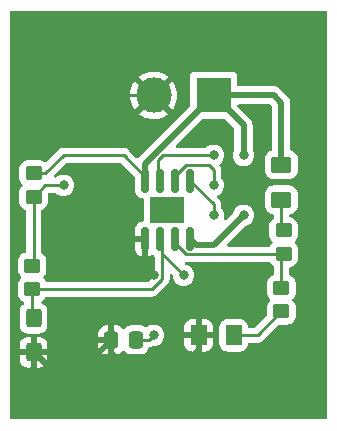
<source format=gbr>
%TF.GenerationSoftware,KiCad,Pcbnew,(6.0.10-0)*%
%TF.CreationDate,2023-02-17T15:47:28-08:00*%
%TF.ProjectId,problem2,70726f62-6c65-46d3-922e-6b696361645f,rev?*%
%TF.SameCoordinates,Original*%
%TF.FileFunction,Copper,L1,Top*%
%TF.FilePolarity,Positive*%
%FSLAX46Y46*%
G04 Gerber Fmt 4.6, Leading zero omitted, Abs format (unit mm)*
G04 Created by KiCad (PCBNEW (6.0.10-0)) date 2023-02-17 15:47:28*
%MOMM*%
%LPD*%
G01*
G04 APERTURE LIST*
G04 Aperture macros list*
%AMRoundRect*
0 Rectangle with rounded corners*
0 $1 Rounding radius*
0 $2 $3 $4 $5 $6 $7 $8 $9 X,Y pos of 4 corners*
0 Add a 4 corners polygon primitive as box body*
4,1,4,$2,$3,$4,$5,$6,$7,$8,$9,$2,$3,0*
0 Add four circle primitives for the rounded corners*
1,1,$1+$1,$2,$3*
1,1,$1+$1,$4,$5*
1,1,$1+$1,$6,$7*
1,1,$1+$1,$8,$9*
0 Add four rect primitives between the rounded corners*
20,1,$1+$1,$2,$3,$4,$5,0*
20,1,$1+$1,$4,$5,$6,$7,0*
20,1,$1+$1,$6,$7,$8,$9,0*
20,1,$1+$1,$8,$9,$2,$3,0*%
G04 Aperture macros list end*
%TA.AperFunction,SMDPad,CuDef*%
%ADD10RoundRect,0.250000X-0.450000X0.350000X-0.450000X-0.350000X0.450000X-0.350000X0.450000X0.350000X0*%
%TD*%
%TA.AperFunction,SMDPad,CuDef*%
%ADD11RoundRect,0.250001X0.624999X-0.462499X0.624999X0.462499X-0.624999X0.462499X-0.624999X-0.462499X0*%
%TD*%
%TA.AperFunction,ComponentPad*%
%ADD12R,3.000000X3.000000*%
%TD*%
%TA.AperFunction,ComponentPad*%
%ADD13C,3.000000*%
%TD*%
%TA.AperFunction,SMDPad,CuDef*%
%ADD14RoundRect,0.250001X-0.462499X-0.624999X0.462499X-0.624999X0.462499X0.624999X-0.462499X0.624999X0*%
%TD*%
%TA.AperFunction,SMDPad,CuDef*%
%ADD15RoundRect,0.150000X0.150000X-0.825000X0.150000X0.825000X-0.150000X0.825000X-0.150000X-0.825000X0*%
%TD*%
%TA.AperFunction,SMDPad,CuDef*%
%ADD16R,3.000000X2.290000*%
%TD*%
%TA.AperFunction,SMDPad,CuDef*%
%ADD17RoundRect,0.250000X0.337500X0.475000X-0.337500X0.475000X-0.337500X-0.475000X0.337500X-0.475000X0*%
%TD*%
%TA.AperFunction,SMDPad,CuDef*%
%ADD18RoundRect,0.250000X-0.425000X0.537500X-0.425000X-0.537500X0.425000X-0.537500X0.425000X0.537500X0*%
%TD*%
%TA.AperFunction,ViaPad*%
%ADD19C,0.800000*%
%TD*%
%TA.AperFunction,Conductor*%
%ADD20C,0.250000*%
%TD*%
%TA.AperFunction,Conductor*%
%ADD21C,0.508000*%
%TD*%
G04 APERTURE END LIST*
D10*
%TO.P,R2,1*%
%TO.N,/pin_7*%
X111645000Y-80457616D03*
%TO.P,R2,2*%
%TO.N,/pin_2*%
X111645000Y-82457616D03*
%TD*%
D11*
%TO.P,D1,1,K*%
%TO.N,Net-(D1-Pad1)*%
X132750000Y-74892820D03*
%TO.P,D1,2,A*%
%TO.N,+9V*%
X132750000Y-71917820D03*
%TD*%
D10*
%TO.P,R1,1*%
%TO.N,+9V*%
X111760000Y-72660000D03*
%TO.P,R1,2*%
%TO.N,/pin_7*%
X111760000Y-74660000D03*
%TD*%
D12*
%TO.P,J1,1,Pin_1*%
%TO.N,+9V*%
X127000000Y-66040000D03*
D13*
%TO.P,J1,2,Pin_2*%
%TO.N,GND*%
X121920000Y-66040000D03*
%TD*%
D14*
%TO.P,D2,1,K*%
%TO.N,GND*%
X125742500Y-86360000D03*
%TO.P,D2,2,A*%
%TO.N,Net-(D2-Pad2)*%
X128717500Y-86360000D03*
%TD*%
D15*
%TO.P,U1,1,GND*%
%TO.N,GND*%
X121195000Y-78215000D03*
%TO.P,U1,2,TR*%
%TO.N,/pin_2*%
X122465000Y-78215000D03*
%TO.P,U1,3,Q*%
%TO.N,/pin_3*%
X123735000Y-78215000D03*
%TO.P,U1,4,R*%
%TO.N,+9V*%
X125005000Y-78215000D03*
%TO.P,U1,5,CV*%
%TO.N,Net-(C2-Pad1)*%
X125005000Y-73265000D03*
%TO.P,U1,6,THR*%
%TO.N,/pin_2*%
X123735000Y-73265000D03*
%TO.P,U1,7,DIS*%
%TO.N,/pin_7*%
X122465000Y-73265000D03*
%TO.P,U1,8,VCC*%
%TO.N,+9V*%
X121195000Y-73265000D03*
D16*
%TO.P,U1,9*%
%TO.N,N/C*%
X123100000Y-75740000D03*
%TD*%
D17*
%TO.P,C2,1*%
%TO.N,Net-(C2-Pad1)*%
X120417500Y-86752488D03*
%TO.P,C2,2*%
%TO.N,GND*%
X118342500Y-86752488D03*
%TD*%
D10*
%TO.P,R4,1*%
%TO.N,/pin_3*%
X132750000Y-82345320D03*
%TO.P,R4,2*%
%TO.N,Net-(D2-Pad2)*%
X132750000Y-84345320D03*
%TD*%
%TO.P,R3,1*%
%TO.N,Net-(D1-Pad1)*%
X132927064Y-77485320D03*
%TO.P,R3,2*%
%TO.N,/pin_3*%
X132927064Y-79485320D03*
%TD*%
D18*
%TO.P,C1,1*%
%TO.N,/pin_2*%
X111760000Y-84922500D03*
%TO.P,C1,2*%
%TO.N,GND*%
X111760000Y-87797500D03*
%TD*%
D19*
%TO.N,+9V*%
X129540000Y-76200000D03*
X129540000Y-71120000D03*
%TO.N,/pin_2*%
X124460000Y-81280000D03*
X127000000Y-73660000D03*
%TO.N,GND*%
X116840000Y-88900000D03*
X121920000Y-81280000D03*
X116840000Y-66040000D03*
X114300000Y-88900000D03*
%TO.N,Net-(C2-Pad1)*%
X121920000Y-86360000D03*
X127000000Y-76200000D03*
%TO.N,/pin_7*%
X114300000Y-73660000D03*
X127000000Y-71120000D03*
%TD*%
D20*
%TO.N,/pin_7*%
X122738830Y-71120000D02*
X122329415Y-71529415D01*
X127000000Y-71120000D02*
X122738830Y-71120000D01*
X122329415Y-71529415D02*
X122329415Y-73129415D01*
X122329415Y-73129415D02*
X122465000Y-73265000D01*
D21*
%TO.N,+9V*%
X129540000Y-68580000D02*
X129540000Y-71120000D01*
X127000000Y-78740000D02*
X129540000Y-76200000D01*
D20*
%TO.N,/pin_2*%
X122645000Y-79465000D02*
X122645000Y-78395000D01*
X122645000Y-81580305D02*
X122645000Y-79465000D01*
X122645000Y-79465000D02*
X124460000Y-81280000D01*
X127000000Y-72360000D02*
X126605000Y-71965000D01*
X126605000Y-71965000D02*
X124658249Y-71965000D01*
D21*
%TO.N,+9V*%
X127000000Y-78740000D02*
X125530000Y-78740000D01*
D20*
%TO.N,/pin_2*%
X127000000Y-72360000D02*
X127000000Y-73660000D01*
X123735000Y-72888249D02*
X124658249Y-71965000D01*
X111645000Y-82457616D02*
X111645000Y-84807500D01*
X123735000Y-73265000D02*
X123735000Y-72888249D01*
X111645000Y-84807500D02*
X111760000Y-84922500D01*
X121767689Y-82457616D02*
X122645000Y-81580305D01*
X111645000Y-82457616D02*
X121767689Y-82457616D01*
X122645000Y-78395000D02*
X122465000Y-78215000D01*
%TO.N,GND*%
X116840000Y-88254988D02*
X116840000Y-88900000D01*
D21*
X119380000Y-88900000D02*
X118342500Y-87862500D01*
X125742500Y-86360000D02*
X125742500Y-87617500D01*
X124460000Y-88900000D02*
X119380000Y-88900000D01*
X121195000Y-78215000D02*
X121195000Y-80555000D01*
X118342500Y-87862500D02*
X118342500Y-86752488D01*
X118342500Y-86752488D02*
X116840000Y-88254988D01*
X121920000Y-81280000D02*
X121195000Y-80555000D01*
X125742500Y-87617500D02*
X124460000Y-88900000D01*
X112862500Y-88900000D02*
X114300000Y-88900000D01*
X111760000Y-87797500D02*
X112862500Y-88900000D01*
D20*
X121920000Y-66040000D02*
X116840000Y-66040000D01*
%TO.N,Net-(C2-Pad1)*%
X120417500Y-86752488D02*
X121527512Y-86752488D01*
X121527512Y-86752488D02*
X121920000Y-86360000D01*
X125005000Y-73265000D02*
X127000000Y-75260000D01*
X127000000Y-75260000D02*
X127000000Y-76200000D01*
%TO.N,Net-(D1-Pad1)*%
X132750000Y-74892820D02*
X132750000Y-77308256D01*
X132750000Y-77308256D02*
X132927064Y-77485320D01*
%TO.N,+9V*%
X111760000Y-72660000D02*
X112760000Y-72660000D01*
D21*
X132750000Y-66710000D02*
X132750000Y-71917820D01*
X132080000Y-66040000D02*
X127000000Y-66040000D01*
D20*
X112760000Y-72660000D02*
X114300000Y-71120000D01*
D21*
X125005000Y-78215000D02*
X125530000Y-78740000D01*
X132080000Y-66040000D02*
X132750000Y-66710000D01*
X121195000Y-71845000D02*
X121195000Y-73265000D01*
D20*
X114300000Y-71120000D02*
X119380000Y-71120000D01*
X121195000Y-72935000D02*
X121195000Y-73265000D01*
D21*
X127000000Y-66040000D02*
X129540000Y-68580000D01*
D20*
X119380000Y-71120000D02*
X121195000Y-72935000D01*
D21*
X127000000Y-66040000D02*
X121195000Y-71845000D01*
D20*
%TO.N,Net-(D2-Pad2)*%
X130735320Y-86360000D02*
X128717500Y-86360000D01*
X132750000Y-84345320D02*
X130735320Y-86360000D01*
%TO.N,/pin_7*%
X111760000Y-80342616D02*
X111645000Y-80457616D01*
X111760000Y-74660000D02*
X112760000Y-73660000D01*
X111760000Y-74660000D02*
X111760000Y-80342616D01*
X112760000Y-73660000D02*
X114300000Y-73660000D01*
%TO.N,/pin_3*%
X132927064Y-79485320D02*
X125878569Y-79485320D01*
X132750000Y-79662384D02*
X132750000Y-82345320D01*
X124658249Y-79515000D02*
X123735000Y-78591751D01*
X125878569Y-79485320D02*
X125848889Y-79515000D01*
X123735000Y-78591751D02*
X123735000Y-78215000D01*
X132927064Y-79485320D02*
X132750000Y-79662384D01*
X125848889Y-79515000D02*
X124658249Y-79515000D01*
%TD*%
%TA.AperFunction,Conductor*%
%TO.N,GND*%
G36*
X136593621Y-58948502D02*
G01*
X136640114Y-59002158D01*
X136651500Y-59054500D01*
X136651500Y-93345500D01*
X136631498Y-93413621D01*
X136577842Y-93460114D01*
X136525500Y-93471500D01*
X109854500Y-93471500D01*
X109786379Y-93451498D01*
X109739886Y-93397842D01*
X109728500Y-93345500D01*
X109728500Y-88382095D01*
X110577001Y-88382095D01*
X110577338Y-88388614D01*
X110587257Y-88484206D01*
X110590149Y-88497600D01*
X110641588Y-88651784D01*
X110647761Y-88664962D01*
X110733063Y-88802807D01*
X110742099Y-88814208D01*
X110856829Y-88928739D01*
X110868240Y-88937751D01*
X111006243Y-89022816D01*
X111019424Y-89028963D01*
X111173710Y-89080138D01*
X111187086Y-89083005D01*
X111281438Y-89092672D01*
X111287854Y-89093000D01*
X111487885Y-89093000D01*
X111503124Y-89088525D01*
X111504329Y-89087135D01*
X111506000Y-89079452D01*
X111506000Y-89074884D01*
X112014000Y-89074884D01*
X112018475Y-89090123D01*
X112019865Y-89091328D01*
X112027548Y-89092999D01*
X112232095Y-89092999D01*
X112238614Y-89092662D01*
X112334206Y-89082743D01*
X112347600Y-89079851D01*
X112501784Y-89028412D01*
X112514962Y-89022239D01*
X112652807Y-88936937D01*
X112664208Y-88927901D01*
X112778739Y-88813171D01*
X112787751Y-88801760D01*
X112872816Y-88663757D01*
X112878963Y-88650576D01*
X112930138Y-88496290D01*
X112933005Y-88482914D01*
X112942672Y-88388562D01*
X112943000Y-88382146D01*
X112943000Y-88069615D01*
X112938525Y-88054376D01*
X112937135Y-88053171D01*
X112929452Y-88051500D01*
X112032115Y-88051500D01*
X112016876Y-88055975D01*
X112015671Y-88057365D01*
X112014000Y-88065048D01*
X112014000Y-89074884D01*
X111506000Y-89074884D01*
X111506000Y-88069615D01*
X111501525Y-88054376D01*
X111500135Y-88053171D01*
X111492452Y-88051500D01*
X110595116Y-88051500D01*
X110579877Y-88055975D01*
X110578672Y-88057365D01*
X110577001Y-88065048D01*
X110577001Y-88382095D01*
X109728500Y-88382095D01*
X109728500Y-87525385D01*
X110577000Y-87525385D01*
X110581475Y-87540624D01*
X110582865Y-87541829D01*
X110590548Y-87543500D01*
X111487885Y-87543500D01*
X111503124Y-87539025D01*
X111504329Y-87537635D01*
X111506000Y-87529952D01*
X111506000Y-87525385D01*
X112014000Y-87525385D01*
X112018475Y-87540624D01*
X112019865Y-87541829D01*
X112027548Y-87543500D01*
X112924884Y-87543500D01*
X112940123Y-87539025D01*
X112941328Y-87537635D01*
X112942999Y-87529952D01*
X112942999Y-87274583D01*
X117247001Y-87274583D01*
X117247338Y-87281102D01*
X117257257Y-87376694D01*
X117260149Y-87390088D01*
X117311588Y-87544272D01*
X117317761Y-87557450D01*
X117403063Y-87695295D01*
X117412099Y-87706696D01*
X117526829Y-87821227D01*
X117538240Y-87830239D01*
X117676243Y-87915304D01*
X117689424Y-87921451D01*
X117843710Y-87972626D01*
X117857086Y-87975493D01*
X117951438Y-87985160D01*
X117957854Y-87985488D01*
X118070385Y-87985488D01*
X118085624Y-87981013D01*
X118086829Y-87979623D01*
X118088500Y-87971940D01*
X118088500Y-87967372D01*
X118596500Y-87967372D01*
X118600975Y-87982611D01*
X118602365Y-87983816D01*
X118610048Y-87985487D01*
X118727095Y-87985487D01*
X118733614Y-87985150D01*
X118829206Y-87975231D01*
X118842600Y-87972339D01*
X118996784Y-87920900D01*
X119009962Y-87914727D01*
X119147807Y-87829425D01*
X119159208Y-87820389D01*
X119273738Y-87705660D01*
X119280794Y-87696726D01*
X119338712Y-87655665D01*
X119409635Y-87652435D01*
X119471046Y-87688062D01*
X119477846Y-87695895D01*
X119481522Y-87701836D01*
X119606697Y-87826793D01*
X119612927Y-87830633D01*
X119612928Y-87830634D01*
X119750288Y-87915304D01*
X119757262Y-87919603D01*
X119837005Y-87946052D01*
X119918611Y-87973120D01*
X119918613Y-87973120D01*
X119925139Y-87975285D01*
X119931975Y-87975985D01*
X119931978Y-87975986D01*
X119975031Y-87980397D01*
X120029600Y-87985988D01*
X120805400Y-87985988D01*
X120808646Y-87985651D01*
X120808650Y-87985651D01*
X120904308Y-87975726D01*
X120904312Y-87975725D01*
X120911166Y-87975014D01*
X120917702Y-87972833D01*
X120917704Y-87972833D01*
X121049806Y-87928760D01*
X121078946Y-87919038D01*
X121229348Y-87825966D01*
X121354305Y-87700791D01*
X121368899Y-87677115D01*
X121443275Y-87556456D01*
X121443276Y-87556454D01*
X121447115Y-87550226D01*
X121473514Y-87470635D01*
X121513944Y-87412275D01*
X121579509Y-87385038D01*
X121589146Y-87384364D01*
X121619482Y-87383410D01*
X121627401Y-87383161D01*
X121646855Y-87377509D01*
X121666212Y-87373501D01*
X121678442Y-87371956D01*
X121678443Y-87371956D01*
X121686309Y-87370962D01*
X121693680Y-87368043D01*
X121693682Y-87368043D01*
X121727424Y-87354684D01*
X121738654Y-87350839D01*
X121773495Y-87340717D01*
X121773496Y-87340717D01*
X121781105Y-87338506D01*
X121787924Y-87334473D01*
X121787929Y-87334471D01*
X121798540Y-87328195D01*
X121816288Y-87319500D01*
X121835129Y-87312040D01*
X121841545Y-87307379D01*
X121841548Y-87307377D01*
X121861936Y-87292564D01*
X121935997Y-87268500D01*
X122015487Y-87268500D01*
X122021939Y-87267128D01*
X122021944Y-87267128D01*
X122108887Y-87248647D01*
X122202288Y-87228794D01*
X122208319Y-87226109D01*
X122370722Y-87153803D01*
X122370724Y-87153802D01*
X122376752Y-87151118D01*
X122383406Y-87146284D01*
X122450688Y-87097400D01*
X122531253Y-87038866D01*
X122537349Y-87032096D01*
X124522000Y-87032096D01*
X124522337Y-87038611D01*
X124532256Y-87134203D01*
X124535150Y-87147602D01*
X124586588Y-87301783D01*
X124592762Y-87314962D01*
X124678063Y-87452807D01*
X124687099Y-87464208D01*
X124801830Y-87578739D01*
X124813241Y-87587751D01*
X124951245Y-87672818D01*
X124964423Y-87678962D01*
X125118716Y-87730139D01*
X125132081Y-87733005D01*
X125226439Y-87742672D01*
X125232855Y-87743000D01*
X125470385Y-87743000D01*
X125485624Y-87738525D01*
X125486829Y-87737135D01*
X125488500Y-87729452D01*
X125488500Y-87724885D01*
X125996500Y-87724885D01*
X126000975Y-87740124D01*
X126002365Y-87741329D01*
X126010048Y-87743000D01*
X126252096Y-87743000D01*
X126258611Y-87742663D01*
X126354203Y-87732744D01*
X126367602Y-87729850D01*
X126521783Y-87678412D01*
X126534962Y-87672238D01*
X126672807Y-87586937D01*
X126684208Y-87577901D01*
X126798739Y-87463170D01*
X126807751Y-87451759D01*
X126892818Y-87313755D01*
X126898962Y-87300577D01*
X126950139Y-87146284D01*
X126953005Y-87132919D01*
X126962672Y-87038561D01*
X126963000Y-87032145D01*
X126963000Y-86632115D01*
X126958525Y-86616876D01*
X126957135Y-86615671D01*
X126949452Y-86614000D01*
X126014615Y-86614000D01*
X125999376Y-86618475D01*
X125998171Y-86619865D01*
X125996500Y-86627548D01*
X125996500Y-87724885D01*
X125488500Y-87724885D01*
X125488500Y-86632115D01*
X125484025Y-86616876D01*
X125482635Y-86615671D01*
X125474952Y-86614000D01*
X124540115Y-86614000D01*
X124524876Y-86618475D01*
X124523671Y-86619865D01*
X124522000Y-86627548D01*
X124522000Y-87032096D01*
X122537349Y-87032096D01*
X122654621Y-86901852D01*
X122654622Y-86901851D01*
X122659040Y-86896944D01*
X122754527Y-86731556D01*
X122813542Y-86549928D01*
X122816676Y-86520116D01*
X122832814Y-86366565D01*
X122833504Y-86360000D01*
X122818632Y-86218500D01*
X122814232Y-86176635D01*
X122814232Y-86176633D01*
X122813542Y-86170072D01*
X122786838Y-86087885D01*
X124522000Y-86087885D01*
X124526475Y-86103124D01*
X124527865Y-86104329D01*
X124535548Y-86106000D01*
X125470385Y-86106000D01*
X125485624Y-86101525D01*
X125486829Y-86100135D01*
X125488500Y-86092452D01*
X125488500Y-86087885D01*
X125996500Y-86087885D01*
X126000975Y-86103124D01*
X126002365Y-86104329D01*
X126010048Y-86106000D01*
X126944885Y-86106000D01*
X126960124Y-86101525D01*
X126961329Y-86100135D01*
X126963000Y-86092452D01*
X126963000Y-85687904D01*
X126962663Y-85681389D01*
X126952744Y-85585797D01*
X126949850Y-85572398D01*
X126898412Y-85418217D01*
X126892238Y-85405038D01*
X126806937Y-85267193D01*
X126797901Y-85255792D01*
X126683170Y-85141261D01*
X126671759Y-85132249D01*
X126533755Y-85047182D01*
X126520577Y-85041038D01*
X126366284Y-84989861D01*
X126352919Y-84986995D01*
X126258561Y-84977328D01*
X126252144Y-84977000D01*
X126014615Y-84977000D01*
X125999376Y-84981475D01*
X125998171Y-84982865D01*
X125996500Y-84990548D01*
X125996500Y-86087885D01*
X125488500Y-86087885D01*
X125488500Y-84995115D01*
X125484025Y-84979876D01*
X125482635Y-84978671D01*
X125474952Y-84977000D01*
X125232904Y-84977000D01*
X125226389Y-84977337D01*
X125130797Y-84987256D01*
X125117398Y-84990150D01*
X124963217Y-85041588D01*
X124950038Y-85047762D01*
X124812193Y-85133063D01*
X124800792Y-85142099D01*
X124686261Y-85256830D01*
X124677249Y-85268241D01*
X124592182Y-85406245D01*
X124586038Y-85419423D01*
X124534861Y-85573716D01*
X124531995Y-85587081D01*
X124522328Y-85681439D01*
X124522000Y-85687856D01*
X124522000Y-86087885D01*
X122786838Y-86087885D01*
X122754527Y-85988444D01*
X122659040Y-85823056D01*
X122642049Y-85804185D01*
X122535675Y-85686045D01*
X122535674Y-85686044D01*
X122531253Y-85681134D01*
X122401659Y-85586978D01*
X122382094Y-85572763D01*
X122382093Y-85572762D01*
X122376752Y-85568882D01*
X122370724Y-85566198D01*
X122370722Y-85566197D01*
X122208319Y-85493891D01*
X122208318Y-85493891D01*
X122202288Y-85491206D01*
X122108887Y-85471353D01*
X122021944Y-85452872D01*
X122021939Y-85452872D01*
X122015487Y-85451500D01*
X121824513Y-85451500D01*
X121818061Y-85452872D01*
X121818056Y-85452872D01*
X121731113Y-85471353D01*
X121637712Y-85491206D01*
X121631682Y-85493891D01*
X121631681Y-85493891D01*
X121469278Y-85566197D01*
X121469276Y-85566198D01*
X121463248Y-85568882D01*
X121457907Y-85572762D01*
X121457906Y-85572763D01*
X121342326Y-85656737D01*
X121275458Y-85680596D01*
X121202149Y-85662061D01*
X121083968Y-85589213D01*
X121083966Y-85589212D01*
X121077738Y-85585373D01*
X120997995Y-85558924D01*
X120916389Y-85531856D01*
X120916387Y-85531856D01*
X120909861Y-85529691D01*
X120903025Y-85528991D01*
X120903022Y-85528990D01*
X120859969Y-85524579D01*
X120805400Y-85518988D01*
X120029600Y-85518988D01*
X120026354Y-85519325D01*
X120026350Y-85519325D01*
X119930692Y-85529250D01*
X119930688Y-85529251D01*
X119923834Y-85529962D01*
X119917298Y-85532143D01*
X119917296Y-85532143D01*
X119900928Y-85537604D01*
X119756054Y-85585938D01*
X119605652Y-85679010D01*
X119480695Y-85804185D01*
X119477898Y-85808723D01*
X119420647Y-85849312D01*
X119349724Y-85852542D01*
X119288313Y-85816916D01*
X119280938Y-85808420D01*
X119272902Y-85798281D01*
X119158171Y-85683749D01*
X119146760Y-85674737D01*
X119008757Y-85589672D01*
X118995576Y-85583525D01*
X118841290Y-85532350D01*
X118827914Y-85529483D01*
X118733562Y-85519816D01*
X118727145Y-85519488D01*
X118614615Y-85519488D01*
X118599376Y-85523963D01*
X118598171Y-85525353D01*
X118596500Y-85533036D01*
X118596500Y-87967372D01*
X118088500Y-87967372D01*
X118088500Y-87024603D01*
X118084025Y-87009364D01*
X118082635Y-87008159D01*
X118074952Y-87006488D01*
X117265116Y-87006488D01*
X117249877Y-87010963D01*
X117248672Y-87012353D01*
X117247001Y-87020036D01*
X117247001Y-87274583D01*
X112942999Y-87274583D01*
X112942999Y-87212905D01*
X112942662Y-87206386D01*
X112932743Y-87110794D01*
X112929851Y-87097400D01*
X112878412Y-86943216D01*
X112872239Y-86930038D01*
X112786937Y-86792193D01*
X112777901Y-86780792D01*
X112663171Y-86666261D01*
X112651760Y-86657249D01*
X112513757Y-86572184D01*
X112500576Y-86566037D01*
X112346290Y-86514862D01*
X112332914Y-86511995D01*
X112238562Y-86502328D01*
X112232145Y-86502000D01*
X112032115Y-86502000D01*
X112016876Y-86506475D01*
X112015671Y-86507865D01*
X112014000Y-86515548D01*
X112014000Y-87525385D01*
X111506000Y-87525385D01*
X111506000Y-86520116D01*
X111501525Y-86504877D01*
X111500135Y-86503672D01*
X111492452Y-86502001D01*
X111287905Y-86502001D01*
X111281386Y-86502338D01*
X111185794Y-86512257D01*
X111172400Y-86515149D01*
X111018216Y-86566588D01*
X111005038Y-86572761D01*
X110867193Y-86658063D01*
X110855792Y-86667099D01*
X110741261Y-86781829D01*
X110732249Y-86793240D01*
X110647184Y-86931243D01*
X110641037Y-86944424D01*
X110589862Y-87098710D01*
X110586995Y-87112086D01*
X110577328Y-87206438D01*
X110577000Y-87212855D01*
X110577000Y-87525385D01*
X109728500Y-87525385D01*
X109728500Y-86480373D01*
X117247000Y-86480373D01*
X117251475Y-86495612D01*
X117252865Y-86496817D01*
X117260548Y-86498488D01*
X118070385Y-86498488D01*
X118085624Y-86494013D01*
X118086829Y-86492623D01*
X118088500Y-86484940D01*
X118088500Y-85537604D01*
X118084025Y-85522365D01*
X118082635Y-85521160D01*
X118074952Y-85519489D01*
X117957905Y-85519489D01*
X117951386Y-85519826D01*
X117855794Y-85529745D01*
X117842400Y-85532637D01*
X117688216Y-85584076D01*
X117675038Y-85590249D01*
X117537193Y-85675551D01*
X117525792Y-85684587D01*
X117411261Y-85799317D01*
X117402249Y-85810728D01*
X117317184Y-85948731D01*
X117311037Y-85961912D01*
X117259862Y-86116198D01*
X117256995Y-86129574D01*
X117247328Y-86223926D01*
X117247000Y-86230343D01*
X117247000Y-86480373D01*
X109728500Y-86480373D01*
X109728500Y-82858016D01*
X110436500Y-82858016D01*
X110436837Y-82861262D01*
X110436837Y-82861266D01*
X110445820Y-82947837D01*
X110447474Y-82963782D01*
X110449655Y-82970318D01*
X110449655Y-82970320D01*
X110470675Y-83033323D01*
X110503450Y-83131562D01*
X110596522Y-83281964D01*
X110721697Y-83406921D01*
X110727927Y-83410761D01*
X110727928Y-83410762D01*
X110766497Y-83434536D01*
X110872262Y-83499731D01*
X110910544Y-83512428D01*
X110968903Y-83552858D01*
X110996140Y-83618422D01*
X110983607Y-83688304D01*
X110937180Y-83739165D01*
X110860652Y-83786522D01*
X110735695Y-83911697D01*
X110642885Y-84062262D01*
X110587203Y-84230139D01*
X110576500Y-84334600D01*
X110576500Y-85510400D01*
X110576837Y-85513646D01*
X110576837Y-85513650D01*
X110584738Y-85589794D01*
X110587474Y-85616166D01*
X110589655Y-85622702D01*
X110589655Y-85622704D01*
X110611379Y-85687817D01*
X110643450Y-85783946D01*
X110736522Y-85934348D01*
X110861697Y-86059305D01*
X110867927Y-86063145D01*
X110867928Y-86063146D01*
X111005090Y-86147694D01*
X111012262Y-86152115D01*
X111066401Y-86170072D01*
X111173611Y-86205632D01*
X111173613Y-86205632D01*
X111180139Y-86207797D01*
X111186975Y-86208497D01*
X111186978Y-86208498D01*
X111230031Y-86212909D01*
X111284600Y-86218500D01*
X112235400Y-86218500D01*
X112238646Y-86218163D01*
X112238650Y-86218163D01*
X112334308Y-86208238D01*
X112334312Y-86208237D01*
X112341166Y-86207526D01*
X112347702Y-86205345D01*
X112347704Y-86205345D01*
X112479806Y-86161272D01*
X112508946Y-86151550D01*
X112659348Y-86058478D01*
X112784305Y-85933303D01*
X112855288Y-85818148D01*
X112873275Y-85788968D01*
X112873276Y-85788966D01*
X112877115Y-85782738D01*
X112908599Y-85687817D01*
X112930632Y-85621389D01*
X112930632Y-85621387D01*
X112932797Y-85614861D01*
X112935366Y-85589794D01*
X112941181Y-85533036D01*
X112943500Y-85510400D01*
X112943500Y-84334600D01*
X112932526Y-84228834D01*
X112876550Y-84061054D01*
X112783478Y-83910652D01*
X112658303Y-83785695D01*
X112507738Y-83692885D01*
X112500791Y-83690581D01*
X112494156Y-83687487D01*
X112494841Y-83686018D01*
X112443652Y-83650558D01*
X112416412Y-83584995D01*
X112428943Y-83515113D01*
X112475373Y-83464248D01*
X112563120Y-83409948D01*
X112569348Y-83406094D01*
X112694305Y-83280919D01*
X112760333Y-83173803D01*
X112774389Y-83151000D01*
X112827162Y-83103506D01*
X112881649Y-83091116D01*
X121688922Y-83091116D01*
X121700105Y-83091643D01*
X121707598Y-83093318D01*
X121715524Y-83093069D01*
X121715525Y-83093069D01*
X121775675Y-83091178D01*
X121779634Y-83091116D01*
X121807545Y-83091116D01*
X121811480Y-83090619D01*
X121811545Y-83090611D01*
X121823382Y-83089678D01*
X121855640Y-83088664D01*
X121859659Y-83088538D01*
X121867578Y-83088289D01*
X121887032Y-83082637D01*
X121906389Y-83078629D01*
X121918619Y-83077084D01*
X121918620Y-83077084D01*
X121926486Y-83076090D01*
X121933857Y-83073171D01*
X121933859Y-83073171D01*
X121967601Y-83059812D01*
X121978831Y-83055967D01*
X122013672Y-83045845D01*
X122013673Y-83045845D01*
X122021282Y-83043634D01*
X122028101Y-83039601D01*
X122028106Y-83039599D01*
X122038717Y-83033323D01*
X122056465Y-83024628D01*
X122075306Y-83017168D01*
X122111076Y-82991180D01*
X122120996Y-82984664D01*
X122152224Y-82966196D01*
X122152227Y-82966194D01*
X122159051Y-82962158D01*
X122173372Y-82947837D01*
X122188406Y-82934996D01*
X122198383Y-82927747D01*
X122204796Y-82923088D01*
X122209847Y-82916983D01*
X122209852Y-82916978D01*
X122232988Y-82889012D01*
X122240976Y-82880234D01*
X123037253Y-82083957D01*
X123045539Y-82076417D01*
X123052018Y-82072305D01*
X123063167Y-82060433D01*
X123098643Y-82022654D01*
X123101398Y-82019812D01*
X123121135Y-82000075D01*
X123123615Y-81996878D01*
X123131320Y-81987856D01*
X123156159Y-81961405D01*
X123161586Y-81955626D01*
X123165405Y-81948680D01*
X123165407Y-81948677D01*
X123171348Y-81937871D01*
X123182199Y-81921352D01*
X123189758Y-81911606D01*
X123194614Y-81905346D01*
X123197759Y-81898077D01*
X123197762Y-81898073D01*
X123212174Y-81864768D01*
X123217391Y-81854118D01*
X123238695Y-81815365D01*
X123243733Y-81795742D01*
X123250137Y-81777039D01*
X123255033Y-81765725D01*
X123255033Y-81765724D01*
X123258181Y-81758450D01*
X123259420Y-81750627D01*
X123259423Y-81750617D01*
X123265099Y-81714781D01*
X123267505Y-81703161D01*
X123276528Y-81668016D01*
X123276528Y-81668015D01*
X123278500Y-81660335D01*
X123278500Y-81640081D01*
X123280051Y-81620370D01*
X123281980Y-81608191D01*
X123283220Y-81600362D01*
X123279059Y-81556343D01*
X123278500Y-81544486D01*
X123278500Y-81298594D01*
X123298502Y-81230473D01*
X123352158Y-81183980D01*
X123422432Y-81173876D01*
X123487012Y-81203370D01*
X123493595Y-81209499D01*
X123512878Y-81228782D01*
X123546904Y-81291094D01*
X123549093Y-81304707D01*
X123558690Y-81396015D01*
X123566458Y-81469928D01*
X123625473Y-81651556D01*
X123628776Y-81657278D01*
X123628777Y-81657279D01*
X123633318Y-81665144D01*
X123720960Y-81816944D01*
X123725378Y-81821851D01*
X123725379Y-81821852D01*
X123839131Y-81948186D01*
X123848747Y-81958866D01*
X123932632Y-82019812D01*
X123984114Y-82057216D01*
X124003248Y-82071118D01*
X124009276Y-82073802D01*
X124009278Y-82073803D01*
X124171681Y-82146109D01*
X124177712Y-82148794D01*
X124271112Y-82168647D01*
X124358056Y-82187128D01*
X124358061Y-82187128D01*
X124364513Y-82188500D01*
X124555487Y-82188500D01*
X124561939Y-82187128D01*
X124561944Y-82187128D01*
X124648888Y-82168647D01*
X124742288Y-82148794D01*
X124748319Y-82146109D01*
X124910722Y-82073803D01*
X124910724Y-82073802D01*
X124916752Y-82071118D01*
X124935887Y-82057216D01*
X124987368Y-82019812D01*
X125071253Y-81958866D01*
X125080869Y-81948186D01*
X125194621Y-81821852D01*
X125194622Y-81821851D01*
X125199040Y-81816944D01*
X125286682Y-81665144D01*
X125291223Y-81657279D01*
X125291224Y-81657278D01*
X125294527Y-81651556D01*
X125353542Y-81469928D01*
X125361311Y-81396015D01*
X125372814Y-81286565D01*
X125373504Y-81280000D01*
X125371089Y-81257022D01*
X125354232Y-81096635D01*
X125354232Y-81096633D01*
X125353542Y-81090072D01*
X125294527Y-80908444D01*
X125199040Y-80743056D01*
X125071253Y-80601134D01*
X124969038Y-80526870D01*
X124922094Y-80492763D01*
X124922093Y-80492762D01*
X124916752Y-80488882D01*
X124910724Y-80486198D01*
X124910722Y-80486197D01*
X124748319Y-80413891D01*
X124748318Y-80413891D01*
X124742288Y-80411206D01*
X124678969Y-80397747D01*
X124616495Y-80364018D01*
X124582174Y-80301869D01*
X124586902Y-80231030D01*
X124629178Y-80173992D01*
X124695579Y-80148865D01*
X124705166Y-80148500D01*
X125770122Y-80148500D01*
X125781305Y-80149027D01*
X125788798Y-80150702D01*
X125796724Y-80150453D01*
X125796725Y-80150453D01*
X125856875Y-80148562D01*
X125860834Y-80148500D01*
X125888745Y-80148500D01*
X125892680Y-80148003D01*
X125892745Y-80147995D01*
X125904582Y-80147062D01*
X125936840Y-80146048D01*
X125940859Y-80145922D01*
X125948778Y-80145673D01*
X125968232Y-80140021D01*
X125987589Y-80136013D01*
X125989237Y-80135805D01*
X126007686Y-80133474D01*
X126022352Y-80127667D01*
X126068733Y-80118820D01*
X131690283Y-80118820D01*
X131758404Y-80138822D01*
X131797427Y-80178517D01*
X131878586Y-80309668D01*
X132003761Y-80434625D01*
X132009993Y-80438467D01*
X132009995Y-80438468D01*
X132056617Y-80467207D01*
X132104110Y-80519979D01*
X132116500Y-80574466D01*
X132116500Y-81166123D01*
X132096498Y-81234244D01*
X132042842Y-81280737D01*
X132030377Y-81285646D01*
X131982998Y-81301453D01*
X131982996Y-81301454D01*
X131976054Y-81303770D01*
X131969830Y-81307621D01*
X131969829Y-81307622D01*
X131927476Y-81333831D01*
X131825652Y-81396842D01*
X131700695Y-81522017D01*
X131696855Y-81528247D01*
X131696854Y-81528248D01*
X131620322Y-81652406D01*
X131607885Y-81672582D01*
X131595834Y-81708916D01*
X131557624Y-81824116D01*
X131552203Y-81840459D01*
X131551503Y-81847295D01*
X131551502Y-81847298D01*
X131550271Y-81859316D01*
X131541500Y-81944920D01*
X131541500Y-82745720D01*
X131552474Y-82851486D01*
X131554653Y-82858016D01*
X131554655Y-82858024D01*
X131564994Y-82889012D01*
X131608450Y-83019266D01*
X131701522Y-83169668D01*
X131706704Y-83174841D01*
X131788109Y-83256104D01*
X131822188Y-83318386D01*
X131817185Y-83389206D01*
X131788264Y-83434295D01*
X131758363Y-83464248D01*
X131700695Y-83522017D01*
X131696855Y-83528247D01*
X131696854Y-83528248D01*
X131661875Y-83584995D01*
X131607885Y-83672582D01*
X131552203Y-83840459D01*
X131541500Y-83944920D01*
X131541500Y-84605726D01*
X131521498Y-84673847D01*
X131504595Y-84694821D01*
X130509820Y-85689595D01*
X130447508Y-85723621D01*
X130420725Y-85726500D01*
X130056450Y-85726500D01*
X129988329Y-85706498D01*
X129941836Y-85652842D01*
X129931123Y-85613503D01*
X129928238Y-85585694D01*
X129928237Y-85585691D01*
X129927526Y-85578835D01*
X129924206Y-85568882D01*
X129873868Y-85418003D01*
X129871550Y-85411055D01*
X129778478Y-85260652D01*
X129653303Y-85135695D01*
X129510650Y-85047762D01*
X129508968Y-85046725D01*
X129508966Y-85046724D01*
X129502738Y-85042885D01*
X129406942Y-85011111D01*
X129341389Y-84989368D01*
X129341387Y-84989368D01*
X129334861Y-84987203D01*
X129328025Y-84986503D01*
X129328022Y-84986502D01*
X129284969Y-84982091D01*
X129230400Y-84976500D01*
X128204600Y-84976500D01*
X128201354Y-84976837D01*
X128201350Y-84976837D01*
X128105693Y-84986762D01*
X128105689Y-84986763D01*
X128098835Y-84987474D01*
X128092299Y-84989655D01*
X128092297Y-84989655D01*
X128075932Y-84995115D01*
X127931055Y-85043450D01*
X127780652Y-85136522D01*
X127655695Y-85261697D01*
X127651855Y-85267927D01*
X127651854Y-85267928D01*
X127635908Y-85293798D01*
X127562885Y-85412262D01*
X127549415Y-85452872D01*
X127509771Y-85572398D01*
X127507203Y-85580139D01*
X127506503Y-85586975D01*
X127506502Y-85586978D01*
X127502842Y-85622704D01*
X127496500Y-85684600D01*
X127496500Y-87035400D01*
X127496837Y-87038646D01*
X127496837Y-87038650D01*
X127506752Y-87134203D01*
X127507474Y-87141165D01*
X127509655Y-87147701D01*
X127509655Y-87147703D01*
X127529251Y-87206438D01*
X127563450Y-87308945D01*
X127656522Y-87459348D01*
X127781697Y-87584305D01*
X127787927Y-87588145D01*
X127787928Y-87588146D01*
X127925090Y-87672694D01*
X127932262Y-87677115D01*
X127990881Y-87696558D01*
X128093611Y-87730632D01*
X128093613Y-87730632D01*
X128100139Y-87732797D01*
X128106975Y-87733497D01*
X128106978Y-87733498D01*
X128150031Y-87737909D01*
X128204600Y-87743500D01*
X129230400Y-87743500D01*
X129233646Y-87743163D01*
X129233650Y-87743163D01*
X129329307Y-87733238D01*
X129329311Y-87733237D01*
X129336165Y-87732526D01*
X129342701Y-87730345D01*
X129342703Y-87730345D01*
X129474805Y-87686272D01*
X129503945Y-87676550D01*
X129654348Y-87583478D01*
X129779305Y-87458303D01*
X129823881Y-87385988D01*
X129868275Y-87313968D01*
X129868276Y-87313966D01*
X129872115Y-87307738D01*
X129925196Y-87147703D01*
X129925632Y-87146389D01*
X129925632Y-87146387D01*
X129927797Y-87139861D01*
X129931199Y-87106658D01*
X129958040Y-87040930D01*
X130016155Y-87000148D01*
X130056543Y-86993500D01*
X130656553Y-86993500D01*
X130667736Y-86994027D01*
X130675229Y-86995702D01*
X130683155Y-86995453D01*
X130683156Y-86995453D01*
X130743306Y-86993562D01*
X130747265Y-86993500D01*
X130775176Y-86993500D01*
X130779111Y-86993003D01*
X130779176Y-86992995D01*
X130791013Y-86992062D01*
X130823271Y-86991048D01*
X130827290Y-86990922D01*
X130835209Y-86990673D01*
X130854663Y-86985021D01*
X130874020Y-86981013D01*
X130886250Y-86979468D01*
X130886251Y-86979468D01*
X130894117Y-86978474D01*
X130901488Y-86975555D01*
X130901490Y-86975555D01*
X130935232Y-86962196D01*
X130946462Y-86958351D01*
X130981303Y-86948229D01*
X130981304Y-86948229D01*
X130988913Y-86946018D01*
X130995732Y-86941985D01*
X130995737Y-86941983D01*
X131006348Y-86935707D01*
X131024096Y-86927012D01*
X131042937Y-86919552D01*
X131078707Y-86893564D01*
X131088627Y-86887048D01*
X131119855Y-86868580D01*
X131119858Y-86868578D01*
X131126682Y-86864542D01*
X131141003Y-86850221D01*
X131156037Y-86837380D01*
X131166014Y-86830131D01*
X131172427Y-86825472D01*
X131200618Y-86791395D01*
X131208608Y-86782616D01*
X132500500Y-85490725D01*
X132562812Y-85456699D01*
X132589595Y-85453820D01*
X133250400Y-85453820D01*
X133253646Y-85453483D01*
X133253650Y-85453483D01*
X133349308Y-85443558D01*
X133349312Y-85443557D01*
X133356166Y-85442846D01*
X133362702Y-85440665D01*
X133362704Y-85440665D01*
X133516998Y-85389188D01*
X133523946Y-85386870D01*
X133674348Y-85293798D01*
X133699861Y-85268241D01*
X133794134Y-85173803D01*
X133799305Y-85168623D01*
X133816415Y-85140866D01*
X133888275Y-85024288D01*
X133888276Y-85024286D01*
X133892115Y-85018058D01*
X133947797Y-84850181D01*
X133958500Y-84745720D01*
X133958500Y-83944920D01*
X133958163Y-83941670D01*
X133948238Y-83846012D01*
X133948237Y-83846008D01*
X133947526Y-83839154D01*
X133931696Y-83791704D01*
X133893868Y-83678322D01*
X133891550Y-83671374D01*
X133798478Y-83520972D01*
X133711891Y-83434536D01*
X133677812Y-83372254D01*
X133682815Y-83301434D01*
X133711736Y-83256345D01*
X133794134Y-83173803D01*
X133799305Y-83168623D01*
X133822150Y-83131562D01*
X133888275Y-83024288D01*
X133888276Y-83024286D01*
X133892115Y-83018058D01*
X133925642Y-82916978D01*
X133945632Y-82856709D01*
X133945632Y-82856707D01*
X133947797Y-82850181D01*
X133958500Y-82745720D01*
X133958500Y-81944920D01*
X133956055Y-81921352D01*
X133948238Y-81846012D01*
X133948237Y-81846008D01*
X133947526Y-81839154D01*
X133941549Y-81821237D01*
X133893868Y-81678322D01*
X133891550Y-81671374D01*
X133798478Y-81520972D01*
X133740771Y-81463365D01*
X133678483Y-81401186D01*
X133673303Y-81396015D01*
X133667072Y-81392174D01*
X133528968Y-81307045D01*
X133528966Y-81307044D01*
X133522738Y-81303205D01*
X133469832Y-81285657D01*
X133411473Y-81245226D01*
X133384236Y-81179662D01*
X133383500Y-81166064D01*
X133383500Y-80711984D01*
X133403502Y-80643863D01*
X133457158Y-80597370D01*
X133496497Y-80586657D01*
X133508320Y-80585431D01*
X133526371Y-80583558D01*
X133526374Y-80583557D01*
X133533230Y-80582846D01*
X133539766Y-80580665D01*
X133539768Y-80580665D01*
X133694062Y-80529188D01*
X133701010Y-80526870D01*
X133851412Y-80433798D01*
X133976369Y-80308623D01*
X134069179Y-80158058D01*
X134124861Y-79990181D01*
X134129365Y-79946227D01*
X134135236Y-79888918D01*
X134135564Y-79885720D01*
X134135564Y-79084920D01*
X134124590Y-78979154D01*
X134068614Y-78811374D01*
X133975542Y-78660972D01*
X133888955Y-78574536D01*
X133854876Y-78512254D01*
X133859879Y-78441434D01*
X133888800Y-78396345D01*
X133971198Y-78313803D01*
X133976369Y-78308623D01*
X134069179Y-78158058D01*
X134124861Y-77990181D01*
X134125802Y-77981002D01*
X134135236Y-77888918D01*
X134135564Y-77885720D01*
X134135564Y-77084920D01*
X134134929Y-77078799D01*
X134125302Y-76986012D01*
X134125301Y-76986008D01*
X134124590Y-76979154D01*
X134109237Y-76933134D01*
X134070932Y-76818322D01*
X134068614Y-76811374D01*
X133975542Y-76660972D01*
X133850367Y-76536015D01*
X133844136Y-76532174D01*
X133706032Y-76447045D01*
X133706030Y-76447044D01*
X133699802Y-76443205D01*
X133558095Y-76396203D01*
X133538453Y-76389688D01*
X133538451Y-76389688D01*
X133531925Y-76387523D01*
X133525089Y-76386823D01*
X133525086Y-76386822D01*
X133496656Y-76383909D01*
X133430929Y-76357067D01*
X133390148Y-76298951D01*
X133383500Y-76258565D01*
X133383500Y-76231770D01*
X133403502Y-76163649D01*
X133457158Y-76117156D01*
X133496496Y-76106443D01*
X133502780Y-76105791D01*
X133524306Y-76103558D01*
X133524309Y-76103557D01*
X133531165Y-76102846D01*
X133537701Y-76100665D01*
X133537703Y-76100665D01*
X133669805Y-76056592D01*
X133698945Y-76046870D01*
X133849348Y-75953798D01*
X133974305Y-75828623D01*
X134023818Y-75748298D01*
X134063275Y-75684288D01*
X134063276Y-75684286D01*
X134067115Y-75678058D01*
X134098946Y-75582090D01*
X134120632Y-75516709D01*
X134120632Y-75516707D01*
X134122797Y-75510181D01*
X134133500Y-75405720D01*
X134133500Y-74379920D01*
X134133163Y-74376670D01*
X134123238Y-74281013D01*
X134123237Y-74281009D01*
X134122526Y-74274155D01*
X134118744Y-74262817D01*
X134068868Y-74113323D01*
X134066550Y-74106375D01*
X133973478Y-73955972D01*
X133848303Y-73831015D01*
X133715210Y-73748975D01*
X133703968Y-73742045D01*
X133703966Y-73742044D01*
X133697738Y-73738205D01*
X133537254Y-73684975D01*
X133536389Y-73684688D01*
X133536387Y-73684688D01*
X133529861Y-73682523D01*
X133523025Y-73681823D01*
X133523022Y-73681822D01*
X133479969Y-73677411D01*
X133425400Y-73671820D01*
X132074600Y-73671820D01*
X132071354Y-73672157D01*
X132071350Y-73672157D01*
X131975693Y-73682082D01*
X131975689Y-73682083D01*
X131968835Y-73682794D01*
X131962299Y-73684975D01*
X131962297Y-73684975D01*
X131882727Y-73711522D01*
X131801055Y-73738770D01*
X131650652Y-73831842D01*
X131525695Y-73957017D01*
X131521855Y-73963247D01*
X131521854Y-73963248D01*
X131476221Y-74037279D01*
X131432885Y-74107582D01*
X131377203Y-74275459D01*
X131376503Y-74282295D01*
X131376502Y-74282298D01*
X131374188Y-74304886D01*
X131366500Y-74379920D01*
X131366500Y-75405720D01*
X131366837Y-75408966D01*
X131366837Y-75408970D01*
X131370987Y-75448962D01*
X131377474Y-75511485D01*
X131379655Y-75518021D01*
X131379655Y-75518023D01*
X131410109Y-75609305D01*
X131433450Y-75679265D01*
X131526522Y-75829668D01*
X131651697Y-75954625D01*
X131657927Y-75958465D01*
X131657928Y-75958466D01*
X131795090Y-76043014D01*
X131802262Y-76047435D01*
X131882005Y-76073884D01*
X131963611Y-76100952D01*
X131963613Y-76100952D01*
X131970139Y-76103117D01*
X131976977Y-76103818D01*
X131976979Y-76103818D01*
X132003342Y-76106519D01*
X132069070Y-76133360D01*
X132109852Y-76191475D01*
X132116500Y-76231863D01*
X132116500Y-76396228D01*
X132096498Y-76464349D01*
X132056804Y-76503371D01*
X132002716Y-76536842D01*
X131997543Y-76542024D01*
X131974156Y-76565452D01*
X131877759Y-76662017D01*
X131873919Y-76668247D01*
X131873918Y-76668248D01*
X131834467Y-76732250D01*
X131784949Y-76812582D01*
X131729267Y-76980459D01*
X131718564Y-77084920D01*
X131718564Y-77885720D01*
X131718901Y-77888966D01*
X131718901Y-77888970D01*
X131728087Y-77977500D01*
X131729538Y-77991486D01*
X131785514Y-78159266D01*
X131878586Y-78309668D01*
X131883768Y-78314841D01*
X131965173Y-78396104D01*
X131999252Y-78458386D01*
X131994249Y-78529206D01*
X131965328Y-78574295D01*
X131903007Y-78636725D01*
X131877759Y-78662017D01*
X131873919Y-78668247D01*
X131873918Y-78668248D01*
X131797675Y-78791936D01*
X131744902Y-78839430D01*
X131690415Y-78851820D01*
X128270708Y-78851820D01*
X128202587Y-78831818D01*
X128156094Y-78778162D01*
X128145990Y-78707888D01*
X128175484Y-78643308D01*
X128181613Y-78636725D01*
X129703515Y-77114823D01*
X129766412Y-77080672D01*
X129815824Y-77070169D01*
X129815833Y-77070166D01*
X129822288Y-77068794D01*
X129828319Y-77066109D01*
X129990722Y-76993803D01*
X129990724Y-76993802D01*
X129996752Y-76991118D01*
X130014951Y-76977896D01*
X130076560Y-76933134D01*
X130151253Y-76878866D01*
X130155675Y-76873955D01*
X130274621Y-76741852D01*
X130274622Y-76741851D01*
X130279040Y-76736944D01*
X130374527Y-76571556D01*
X130433542Y-76389928D01*
X130453504Y-76200000D01*
X130437410Y-76046870D01*
X130434232Y-76016635D01*
X130434232Y-76016633D01*
X130433542Y-76010072D01*
X130374527Y-75828444D01*
X130279040Y-75663056D01*
X130242405Y-75622368D01*
X130155675Y-75526045D01*
X130155674Y-75526044D01*
X130151253Y-75521134D01*
X129996752Y-75408882D01*
X129990724Y-75406198D01*
X129990722Y-75406197D01*
X129828319Y-75333891D01*
X129828318Y-75333891D01*
X129822288Y-75331206D01*
X129728887Y-75311353D01*
X129641944Y-75292872D01*
X129641939Y-75292872D01*
X129635487Y-75291500D01*
X129444513Y-75291500D01*
X129438061Y-75292872D01*
X129438056Y-75292872D01*
X129351113Y-75311353D01*
X129257712Y-75331206D01*
X129251682Y-75333891D01*
X129251681Y-75333891D01*
X129089278Y-75406197D01*
X129089276Y-75406198D01*
X129083248Y-75408882D01*
X128928747Y-75521134D01*
X128924326Y-75526044D01*
X128924325Y-75526045D01*
X128837596Y-75622368D01*
X128800960Y-75663056D01*
X128705473Y-75828444D01*
X128701979Y-75839197D01*
X128653335Y-75988907D01*
X128622597Y-76039065D01*
X128082624Y-76579038D01*
X128020312Y-76613064D01*
X127949497Y-76607999D01*
X127892661Y-76565452D01*
X127867850Y-76498932D01*
X127873696Y-76451006D01*
X127876980Y-76440901D01*
X127893542Y-76389928D01*
X127913504Y-76200000D01*
X127897410Y-76046870D01*
X127894232Y-76016635D01*
X127894232Y-76016633D01*
X127893542Y-76010072D01*
X127834527Y-75828444D01*
X127739040Y-75663056D01*
X127665863Y-75581785D01*
X127635147Y-75517779D01*
X127633500Y-75497476D01*
X127633500Y-75338767D01*
X127634027Y-75327584D01*
X127635702Y-75320091D01*
X127633562Y-75252014D01*
X127633500Y-75248055D01*
X127633500Y-75220144D01*
X127632995Y-75216144D01*
X127632062Y-75204301D01*
X127630922Y-75168030D01*
X127630673Y-75160111D01*
X127625021Y-75140657D01*
X127621013Y-75121300D01*
X127619468Y-75109070D01*
X127619468Y-75109069D01*
X127618474Y-75101203D01*
X127615555Y-75093830D01*
X127602196Y-75060088D01*
X127598351Y-75048858D01*
X127588229Y-75014017D01*
X127588229Y-75014016D01*
X127586018Y-75006407D01*
X127581985Y-74999588D01*
X127581983Y-74999583D01*
X127575707Y-74988972D01*
X127567012Y-74971224D01*
X127559552Y-74952383D01*
X127533564Y-74916613D01*
X127527048Y-74906693D01*
X127508580Y-74875465D01*
X127508578Y-74875462D01*
X127504542Y-74868638D01*
X127490221Y-74854317D01*
X127477380Y-74839283D01*
X127470131Y-74829306D01*
X127465472Y-74822893D01*
X127431395Y-74794702D01*
X127422616Y-74786712D01*
X127330559Y-74694655D01*
X127296533Y-74632343D01*
X127301598Y-74561528D01*
X127344145Y-74504692D01*
X127368405Y-74490453D01*
X127450722Y-74453803D01*
X127450724Y-74453802D01*
X127456752Y-74451118D01*
X127611253Y-74338866D01*
X127679728Y-74262817D01*
X127734621Y-74201852D01*
X127734622Y-74201851D01*
X127739040Y-74196944D01*
X127834527Y-74031556D01*
X127893542Y-73849928D01*
X127894987Y-73836186D01*
X127912814Y-73666565D01*
X127913504Y-73660000D01*
X127895586Y-73489521D01*
X127894232Y-73476635D01*
X127894232Y-73476633D01*
X127893542Y-73470072D01*
X127834527Y-73288444D01*
X127739040Y-73123056D01*
X127665863Y-73041785D01*
X127635147Y-72977779D01*
X127633500Y-72957476D01*
X127633500Y-72438763D01*
X127634027Y-72427579D01*
X127635701Y-72420091D01*
X127633562Y-72352032D01*
X127633500Y-72348075D01*
X127633500Y-72320144D01*
X127632994Y-72316138D01*
X127632061Y-72304292D01*
X127630922Y-72268037D01*
X127630673Y-72260110D01*
X127625022Y-72240658D01*
X127621014Y-72221306D01*
X127619467Y-72209063D01*
X127618474Y-72201203D01*
X127615556Y-72193832D01*
X127602200Y-72160097D01*
X127598355Y-72148870D01*
X127597721Y-72146687D01*
X127586018Y-72106407D01*
X127581984Y-72099585D01*
X127581981Y-72099579D01*
X127575706Y-72088968D01*
X127567010Y-72071218D01*
X127562472Y-72059756D01*
X127562469Y-72059751D01*
X127559552Y-72052383D01*
X127542200Y-72028500D01*
X127533573Y-72016625D01*
X127527061Y-72006713D01*
X127524753Y-72002811D01*
X127507289Y-71933996D01*
X127529801Y-71866663D01*
X127559141Y-71836728D01*
X127578109Y-71822946D01*
X127611253Y-71798866D01*
X127624244Y-71784438D01*
X127734621Y-71661852D01*
X127734622Y-71661851D01*
X127739040Y-71656944D01*
X127834527Y-71491556D01*
X127893542Y-71309928D01*
X127895224Y-71293931D01*
X127912814Y-71126565D01*
X127913504Y-71120000D01*
X127912814Y-71113435D01*
X127894232Y-70936635D01*
X127894232Y-70936633D01*
X127893542Y-70930072D01*
X127834527Y-70748444D01*
X127739040Y-70583056D01*
X127724798Y-70567238D01*
X127615675Y-70446045D01*
X127615674Y-70446044D01*
X127611253Y-70441134D01*
X127456752Y-70328882D01*
X127450724Y-70326198D01*
X127450722Y-70326197D01*
X127288319Y-70253891D01*
X127288318Y-70253891D01*
X127282288Y-70251206D01*
X127188888Y-70231353D01*
X127101944Y-70212872D01*
X127101939Y-70212872D01*
X127095487Y-70211500D01*
X126904513Y-70211500D01*
X126898061Y-70212872D01*
X126898056Y-70212872D01*
X126811112Y-70231353D01*
X126717712Y-70251206D01*
X126711682Y-70253891D01*
X126711681Y-70253891D01*
X126549278Y-70326197D01*
X126549276Y-70326198D01*
X126543248Y-70328882D01*
X126388747Y-70441134D01*
X126384332Y-70446037D01*
X126379420Y-70450460D01*
X126378295Y-70449211D01*
X126324986Y-70482051D01*
X126291800Y-70486500D01*
X123936028Y-70486500D01*
X123867907Y-70466498D01*
X123821414Y-70412842D01*
X123811310Y-70342568D01*
X123840804Y-70277988D01*
X123846933Y-70271405D01*
X126032933Y-68085405D01*
X126095245Y-68051379D01*
X126122028Y-68048500D01*
X127877972Y-68048500D01*
X127946093Y-68068502D01*
X127967067Y-68085405D01*
X128740595Y-68858933D01*
X128774621Y-68921245D01*
X128777500Y-68948028D01*
X128777500Y-70589929D01*
X128760619Y-70652928D01*
X128705473Y-70748444D01*
X128646458Y-70930072D01*
X128645768Y-70936633D01*
X128645768Y-70936635D01*
X128627186Y-71113435D01*
X128626496Y-71120000D01*
X128627186Y-71126565D01*
X128644777Y-71293931D01*
X128646458Y-71309928D01*
X128705473Y-71491556D01*
X128800960Y-71656944D01*
X128805378Y-71661851D01*
X128805379Y-71661852D01*
X128915756Y-71784438D01*
X128928747Y-71798866D01*
X129083248Y-71911118D01*
X129089276Y-71913802D01*
X129089278Y-71913803D01*
X129109695Y-71922893D01*
X129257712Y-71988794D01*
X129342014Y-72006713D01*
X129438056Y-72027128D01*
X129438061Y-72027128D01*
X129444513Y-72028500D01*
X129635487Y-72028500D01*
X129641939Y-72027128D01*
X129641944Y-72027128D01*
X129737986Y-72006713D01*
X129822288Y-71988794D01*
X129970305Y-71922893D01*
X129990722Y-71913803D01*
X129990724Y-71913802D01*
X129996752Y-71911118D01*
X130151253Y-71798866D01*
X130164244Y-71784438D01*
X130274621Y-71661852D01*
X130274622Y-71661851D01*
X130279040Y-71656944D01*
X130374527Y-71491556D01*
X130433542Y-71309928D01*
X130435224Y-71293931D01*
X130452814Y-71126565D01*
X130453504Y-71120000D01*
X130452814Y-71113435D01*
X130434232Y-70936635D01*
X130434232Y-70936633D01*
X130433542Y-70930072D01*
X130374527Y-70748444D01*
X130319381Y-70652928D01*
X130302500Y-70589929D01*
X130302500Y-68647368D01*
X130303933Y-68628417D01*
X130306123Y-68614024D01*
X130306123Y-68614022D01*
X130307223Y-68606792D01*
X130302915Y-68553825D01*
X130302500Y-68543611D01*
X130302500Y-68535475D01*
X130299190Y-68507084D01*
X130298757Y-68502709D01*
X130293403Y-68436872D01*
X130293402Y-68436869D01*
X130292809Y-68429573D01*
X130290554Y-68422611D01*
X130289354Y-68416607D01*
X130287948Y-68410660D01*
X130287101Y-68403393D01*
X130262053Y-68334387D01*
X130260625Y-68330227D01*
X130240268Y-68267387D01*
X130240266Y-68267382D01*
X130238012Y-68260425D01*
X130234218Y-68254173D01*
X130231666Y-68248598D01*
X130228930Y-68243135D01*
X130226434Y-68236259D01*
X130186181Y-68174863D01*
X130183834Y-68171144D01*
X130145772Y-68108419D01*
X130138332Y-68099994D01*
X130138360Y-68099969D01*
X130135766Y-68097044D01*
X130132961Y-68093690D01*
X130128946Y-68087565D01*
X130072413Y-68034011D01*
X130069972Y-68031634D01*
X129055933Y-67017595D01*
X129021907Y-66955283D01*
X129026972Y-66884468D01*
X129069519Y-66827632D01*
X129136039Y-66802821D01*
X129145028Y-66802500D01*
X131711972Y-66802500D01*
X131780093Y-66822502D01*
X131801067Y-66839405D01*
X131950595Y-66988933D01*
X131984621Y-67051245D01*
X131987500Y-67078028D01*
X131987500Y-70610776D01*
X131967498Y-70678897D01*
X131913842Y-70725390D01*
X131901377Y-70730299D01*
X131808008Y-70761450D01*
X131808006Y-70761451D01*
X131801055Y-70763770D01*
X131650652Y-70856842D01*
X131525695Y-70982017D01*
X131521855Y-70988247D01*
X131521854Y-70988248D01*
X131440641Y-71120000D01*
X131432885Y-71132582D01*
X131430581Y-71139529D01*
X131384253Y-71279205D01*
X131377203Y-71300459D01*
X131376503Y-71307295D01*
X131376502Y-71307298D01*
X131374386Y-71327950D01*
X131366500Y-71404920D01*
X131366500Y-72430720D01*
X131366837Y-72433966D01*
X131366837Y-72433970D01*
X131367335Y-72438763D01*
X131377474Y-72536485D01*
X131379655Y-72543021D01*
X131379655Y-72543023D01*
X131404837Y-72618502D01*
X131433450Y-72704265D01*
X131526522Y-72854668D01*
X131651697Y-72979625D01*
X131657927Y-72983465D01*
X131657928Y-72983466D01*
X131795090Y-73068014D01*
X131802262Y-73072435D01*
X131882005Y-73098884D01*
X131963611Y-73125952D01*
X131963613Y-73125952D01*
X131970139Y-73128117D01*
X131976975Y-73128817D01*
X131976978Y-73128818D01*
X132020031Y-73133229D01*
X132074600Y-73138820D01*
X133425400Y-73138820D01*
X133428646Y-73138483D01*
X133428650Y-73138483D01*
X133524307Y-73128558D01*
X133524311Y-73128557D01*
X133531165Y-73127846D01*
X133537701Y-73125665D01*
X133537703Y-73125665D01*
X133669805Y-73081592D01*
X133698945Y-73071870D01*
X133849348Y-72978798D01*
X133974305Y-72853623D01*
X134006312Y-72801699D01*
X134063275Y-72709288D01*
X134063276Y-72709286D01*
X134067115Y-72703058D01*
X134122797Y-72535181D01*
X134133500Y-72430720D01*
X134133500Y-71404920D01*
X134127157Y-71343786D01*
X134123238Y-71306013D01*
X134123237Y-71306009D01*
X134122526Y-71299155D01*
X134117319Y-71283546D01*
X134068868Y-71138323D01*
X134066550Y-71131375D01*
X133973478Y-70980972D01*
X133848303Y-70856015D01*
X133842072Y-70852174D01*
X133703968Y-70767045D01*
X133703966Y-70767044D01*
X133697738Y-70763205D01*
X133598833Y-70730400D01*
X133540473Y-70689970D01*
X133513236Y-70624406D01*
X133512500Y-70610807D01*
X133512500Y-66777376D01*
X133513933Y-66758426D01*
X133516124Y-66744027D01*
X133516124Y-66744021D01*
X133517224Y-66736792D01*
X133512915Y-66683817D01*
X133512500Y-66673602D01*
X133512500Y-66665475D01*
X133509189Y-66637076D01*
X133508760Y-66632736D01*
X133507525Y-66617544D01*
X133502809Y-66559574D01*
X133500553Y-66552612D01*
X133499357Y-66546624D01*
X133497949Y-66540667D01*
X133497101Y-66533393D01*
X133494603Y-66526511D01*
X133494602Y-66526507D01*
X133472055Y-66464393D01*
X133470645Y-66460289D01*
X133448013Y-66390425D01*
X133444213Y-66384162D01*
X133441675Y-66378620D01*
X133438933Y-66373144D01*
X133436434Y-66366259D01*
X133396185Y-66304868D01*
X133393870Y-66301200D01*
X133355773Y-66238419D01*
X133352057Y-66234212D01*
X133352054Y-66234208D01*
X133348332Y-66229995D01*
X133348362Y-66229969D01*
X133345764Y-66227041D01*
X133342960Y-66223687D01*
X133338946Y-66217565D01*
X133282415Y-66164013D01*
X133279972Y-66161635D01*
X132666806Y-65548468D01*
X132654420Y-65534055D01*
X132645795Y-65522335D01*
X132641454Y-65516436D01*
X132600945Y-65482021D01*
X132593429Y-65475091D01*
X132587685Y-65469347D01*
X132584811Y-65467073D01*
X132584804Y-65467067D01*
X132565289Y-65451628D01*
X132561885Y-65448837D01*
X132511528Y-65406055D01*
X132511524Y-65406052D01*
X132505949Y-65401316D01*
X132499432Y-65397988D01*
X132494368Y-65394611D01*
X132489144Y-65391384D01*
X132483400Y-65386840D01*
X132457109Y-65374552D01*
X132416918Y-65355768D01*
X132412967Y-65353837D01*
X132354117Y-65323787D01*
X132347596Y-65320457D01*
X132340481Y-65318716D01*
X132334735Y-65316579D01*
X132328952Y-65314655D01*
X132322321Y-65311556D01*
X132250443Y-65296606D01*
X132246171Y-65295639D01*
X132174888Y-65278196D01*
X132169289Y-65277849D01*
X132169285Y-65277848D01*
X132163670Y-65277500D01*
X132163672Y-65277461D01*
X132159771Y-65277228D01*
X132155412Y-65276839D01*
X132148244Y-65275348D01*
X132140927Y-65275546D01*
X132070423Y-65277454D01*
X132067014Y-65277500D01*
X129134500Y-65277500D01*
X129066379Y-65257498D01*
X129019886Y-65203842D01*
X129008500Y-65151500D01*
X129008500Y-64491866D01*
X129001745Y-64429684D01*
X128950615Y-64293295D01*
X128863261Y-64176739D01*
X128746705Y-64089385D01*
X128610316Y-64038255D01*
X128548134Y-64031500D01*
X125451866Y-64031500D01*
X125389684Y-64038255D01*
X125253295Y-64089385D01*
X125136739Y-64176739D01*
X125049385Y-64293295D01*
X124998255Y-64429684D01*
X124991500Y-64491866D01*
X124991500Y-66917972D01*
X124971498Y-66986093D01*
X124954595Y-67007067D01*
X120703472Y-71258190D01*
X120689059Y-71270577D01*
X120671436Y-71283546D01*
X120653362Y-71304821D01*
X120594015Y-71343786D01*
X120523022Y-71344479D01*
X120468242Y-71312337D01*
X119883652Y-70727747D01*
X119876112Y-70719461D01*
X119872000Y-70712982D01*
X119822348Y-70666356D01*
X119819507Y-70663602D01*
X119799770Y-70643865D01*
X119796573Y-70641385D01*
X119787551Y-70633680D01*
X119774122Y-70621069D01*
X119755321Y-70603414D01*
X119748375Y-70599595D01*
X119748372Y-70599593D01*
X119737566Y-70593652D01*
X119721047Y-70582801D01*
X119715048Y-70578148D01*
X119705041Y-70570386D01*
X119697772Y-70567241D01*
X119697768Y-70567238D01*
X119664463Y-70552826D01*
X119653813Y-70547609D01*
X119615060Y-70526305D01*
X119595437Y-70521267D01*
X119576734Y-70514863D01*
X119565420Y-70509967D01*
X119565419Y-70509967D01*
X119558145Y-70506819D01*
X119550322Y-70505580D01*
X119550312Y-70505577D01*
X119514476Y-70499901D01*
X119502856Y-70497495D01*
X119467711Y-70488472D01*
X119467710Y-70488472D01*
X119460030Y-70486500D01*
X119439776Y-70486500D01*
X119420065Y-70484949D01*
X119407886Y-70483020D01*
X119400057Y-70481780D01*
X119370786Y-70484547D01*
X119356039Y-70485941D01*
X119344181Y-70486500D01*
X114378767Y-70486500D01*
X114367584Y-70485973D01*
X114360091Y-70484298D01*
X114352165Y-70484547D01*
X114352164Y-70484547D01*
X114292001Y-70486438D01*
X114288043Y-70486500D01*
X114260144Y-70486500D01*
X114256154Y-70487004D01*
X114244320Y-70487936D01*
X114200111Y-70489326D01*
X114192497Y-70491538D01*
X114192492Y-70491539D01*
X114180659Y-70494977D01*
X114161296Y-70498988D01*
X114141203Y-70501526D01*
X114133836Y-70504443D01*
X114133831Y-70504444D01*
X114100092Y-70517802D01*
X114088865Y-70521646D01*
X114046407Y-70533982D01*
X114039581Y-70538019D01*
X114028972Y-70544293D01*
X114011224Y-70552988D01*
X113992383Y-70560448D01*
X113985967Y-70565110D01*
X113985966Y-70565110D01*
X113956613Y-70586436D01*
X113946693Y-70592952D01*
X113915465Y-70611420D01*
X113915462Y-70611422D01*
X113908638Y-70615458D01*
X113894317Y-70629779D01*
X113879284Y-70642619D01*
X113862893Y-70654528D01*
X113854217Y-70665016D01*
X113834702Y-70688605D01*
X113826712Y-70697384D01*
X112834215Y-71689880D01*
X112771903Y-71723906D01*
X112701087Y-71718841D01*
X112679004Y-71708045D01*
X112538968Y-71621725D01*
X112538966Y-71621724D01*
X112532738Y-71617885D01*
X112372254Y-71564655D01*
X112371389Y-71564368D01*
X112371387Y-71564368D01*
X112364861Y-71562203D01*
X112358025Y-71561503D01*
X112358022Y-71561502D01*
X112314969Y-71557091D01*
X112260400Y-71551500D01*
X111259600Y-71551500D01*
X111256354Y-71551837D01*
X111256350Y-71551837D01*
X111160692Y-71561762D01*
X111160688Y-71561763D01*
X111153834Y-71562474D01*
X111147298Y-71564655D01*
X111147296Y-71564655D01*
X111015194Y-71608728D01*
X110986054Y-71618450D01*
X110835652Y-71711522D01*
X110710695Y-71836697D01*
X110706855Y-71842927D01*
X110706854Y-71842928D01*
X110629366Y-71968637D01*
X110617885Y-71987262D01*
X110609743Y-72011811D01*
X110578367Y-72106407D01*
X110562203Y-72155139D01*
X110561503Y-72161975D01*
X110561502Y-72161978D01*
X110557483Y-72201203D01*
X110551500Y-72259600D01*
X110551500Y-73060400D01*
X110551837Y-73063646D01*
X110551837Y-73063650D01*
X110561024Y-73152187D01*
X110562474Y-73166166D01*
X110618450Y-73333946D01*
X110711522Y-73484348D01*
X110716704Y-73489521D01*
X110798109Y-73570784D01*
X110832188Y-73633066D01*
X110827185Y-73703886D01*
X110798264Y-73748975D01*
X110710695Y-73836697D01*
X110706855Y-73842927D01*
X110706854Y-73842928D01*
X110632688Y-73963248D01*
X110617885Y-73987262D01*
X110562203Y-74155139D01*
X110561503Y-74161975D01*
X110561502Y-74161978D01*
X110558239Y-74193831D01*
X110551500Y-74259600D01*
X110551500Y-75060400D01*
X110551837Y-75063646D01*
X110551837Y-75063650D01*
X110559828Y-75140661D01*
X110562474Y-75166166D01*
X110564655Y-75172702D01*
X110564655Y-75172704D01*
X110581805Y-75224108D01*
X110618450Y-75333946D01*
X110711522Y-75484348D01*
X110836697Y-75609305D01*
X110842927Y-75613145D01*
X110842928Y-75613146D01*
X110950193Y-75679265D01*
X110987262Y-75702115D01*
X111040168Y-75719663D01*
X111098527Y-75760094D01*
X111125764Y-75825658D01*
X111126500Y-75839256D01*
X111126500Y-79240233D01*
X111106498Y-79308354D01*
X111052842Y-79354847D01*
X111038656Y-79359557D01*
X111038834Y-79360090D01*
X110871054Y-79416066D01*
X110720652Y-79509138D01*
X110595695Y-79634313D01*
X110591855Y-79640543D01*
X110591854Y-79640544D01*
X110591661Y-79640858D01*
X110502885Y-79784878D01*
X110447203Y-79952755D01*
X110446503Y-79959591D01*
X110446502Y-79959594D01*
X110442644Y-79997249D01*
X110436500Y-80057216D01*
X110436500Y-80858016D01*
X110447474Y-80963782D01*
X110503450Y-81131562D01*
X110596522Y-81281964D01*
X110648480Y-81333831D01*
X110683109Y-81368400D01*
X110717188Y-81430682D01*
X110712185Y-81501502D01*
X110683264Y-81546591D01*
X110609614Y-81620370D01*
X110595695Y-81634313D01*
X110591855Y-81640543D01*
X110591854Y-81640544D01*
X110519176Y-81758450D01*
X110502885Y-81784878D01*
X110487051Y-81832616D01*
X110450880Y-81941670D01*
X110447203Y-81952755D01*
X110446503Y-81959591D01*
X110446502Y-81959594D01*
X110443163Y-81992185D01*
X110436500Y-82057216D01*
X110436500Y-82858016D01*
X109728500Y-82858016D01*
X109728500Y-67629654D01*
X120695618Y-67629654D01*
X120702673Y-67639627D01*
X120733679Y-67665551D01*
X120740598Y-67670579D01*
X120965272Y-67811515D01*
X120972807Y-67815556D01*
X121214520Y-67924694D01*
X121222551Y-67927680D01*
X121476832Y-68003002D01*
X121485184Y-68004869D01*
X121747340Y-68044984D01*
X121755874Y-68045700D01*
X122021045Y-68049867D01*
X122029596Y-68049418D01*
X122292883Y-68017557D01*
X122301284Y-68015955D01*
X122557824Y-67948653D01*
X122565926Y-67945926D01*
X122810949Y-67844434D01*
X122818617Y-67840628D01*
X123047598Y-67706822D01*
X123054679Y-67702009D01*
X123134655Y-67639301D01*
X123143125Y-67627442D01*
X123136608Y-67615818D01*
X121932812Y-66412022D01*
X121918868Y-66404408D01*
X121917035Y-66404539D01*
X121910420Y-66408790D01*
X120702910Y-67616300D01*
X120695618Y-67629654D01*
X109728500Y-67629654D01*
X109728500Y-66023204D01*
X119907665Y-66023204D01*
X119922932Y-66287969D01*
X119924005Y-66296470D01*
X119975065Y-66556722D01*
X119977276Y-66564974D01*
X120063184Y-66815894D01*
X120066499Y-66823779D01*
X120185664Y-67060713D01*
X120190020Y-67068079D01*
X120319347Y-67256250D01*
X120329601Y-67264594D01*
X120343342Y-67257448D01*
X121547978Y-66052812D01*
X121554356Y-66041132D01*
X122284408Y-66041132D01*
X122284539Y-66042965D01*
X122288790Y-66049580D01*
X123495730Y-67256520D01*
X123507939Y-67263187D01*
X123519439Y-67254497D01*
X123616831Y-67121913D01*
X123621418Y-67114685D01*
X123747962Y-66881621D01*
X123751530Y-66873827D01*
X123845271Y-66625750D01*
X123847748Y-66617544D01*
X123906954Y-66359038D01*
X123908294Y-66350577D01*
X123932031Y-66084616D01*
X123932277Y-66079677D01*
X123932666Y-66042485D01*
X123932523Y-66037519D01*
X123914362Y-65771123D01*
X123913201Y-65762649D01*
X123859419Y-65502944D01*
X123857120Y-65494709D01*
X123768588Y-65244705D01*
X123765191Y-65236854D01*
X123643550Y-65001178D01*
X123639122Y-64993866D01*
X123520031Y-64824417D01*
X123509509Y-64816037D01*
X123496121Y-64823089D01*
X122292022Y-66027188D01*
X122284408Y-66041132D01*
X121554356Y-66041132D01*
X121555592Y-66038868D01*
X121555461Y-66037035D01*
X121551210Y-66030420D01*
X120343814Y-64823024D01*
X120331804Y-64816466D01*
X120320064Y-64825434D01*
X120211935Y-64975911D01*
X120207418Y-64983196D01*
X120083325Y-65217567D01*
X120079839Y-65225395D01*
X119988700Y-65474446D01*
X119986311Y-65482670D01*
X119929812Y-65741795D01*
X119928563Y-65750250D01*
X119907754Y-66014653D01*
X119907665Y-66023204D01*
X109728500Y-66023204D01*
X109728500Y-64452500D01*
X120696584Y-64452500D01*
X120702980Y-64463770D01*
X121907188Y-65667978D01*
X121921132Y-65675592D01*
X121922965Y-65675461D01*
X121929580Y-65671210D01*
X123136604Y-64464186D01*
X123143795Y-64451017D01*
X123136473Y-64440780D01*
X123089233Y-64402115D01*
X123082261Y-64397160D01*
X122856122Y-64258582D01*
X122848552Y-64254624D01*
X122605704Y-64148022D01*
X122597644Y-64145120D01*
X122342592Y-64072467D01*
X122334214Y-64070685D01*
X122071656Y-64033318D01*
X122063111Y-64032691D01*
X121797908Y-64031302D01*
X121789374Y-64031839D01*
X121526433Y-64066456D01*
X121518035Y-64068149D01*
X121262238Y-64138127D01*
X121254143Y-64140946D01*
X121010199Y-64244997D01*
X121002577Y-64248881D01*
X120775013Y-64385075D01*
X120767981Y-64389962D01*
X120705053Y-64440377D01*
X120696584Y-64452500D01*
X109728500Y-64452500D01*
X109728500Y-59054500D01*
X109748502Y-58986379D01*
X109802158Y-58939886D01*
X109854500Y-58928500D01*
X136525500Y-58928500D01*
X136593621Y-58948502D01*
G37*
%TD.AperFunction*%
%TA.AperFunction,Conductor*%
G36*
X119133527Y-71773502D02*
G01*
X119154501Y-71790405D01*
X120349595Y-72985499D01*
X120383621Y-73047811D01*
X120386500Y-73074594D01*
X120386500Y-74156502D01*
X120389438Y-74193831D01*
X120435855Y-74353601D01*
X120439892Y-74360427D01*
X120516509Y-74489980D01*
X120516511Y-74489983D01*
X120520547Y-74496807D01*
X120638193Y-74614453D01*
X120645017Y-74618489D01*
X120645020Y-74618491D01*
X120668443Y-74632343D01*
X120781399Y-74699145D01*
X120789010Y-74701356D01*
X120789012Y-74701357D01*
X120841231Y-74716528D01*
X120941169Y-74745562D01*
X120947574Y-74746066D01*
X120947579Y-74746067D01*
X120972029Y-74747991D01*
X120975386Y-74748255D01*
X121041727Y-74773541D01*
X121083867Y-74830679D01*
X121091500Y-74873867D01*
X121091500Y-76606638D01*
X121071498Y-76674759D01*
X121017842Y-76721252D01*
X120975381Y-76732250D01*
X120947664Y-76734430D01*
X120935069Y-76736730D01*
X120789210Y-76779107D01*
X120774779Y-76785352D01*
X120645322Y-76861911D01*
X120632896Y-76871551D01*
X120526551Y-76977896D01*
X120516911Y-76990322D01*
X120440352Y-77119779D01*
X120434107Y-77134210D01*
X120391731Y-77280065D01*
X120389430Y-77292667D01*
X120387193Y-77321084D01*
X120387000Y-77326014D01*
X120387000Y-77942885D01*
X120391475Y-77958124D01*
X120392865Y-77959329D01*
X120400548Y-77961000D01*
X121323000Y-77961000D01*
X121391121Y-77981002D01*
X121437614Y-78034658D01*
X121449000Y-78087000D01*
X121449000Y-79676878D01*
X121452973Y-79690409D01*
X121460871Y-79691544D01*
X121600790Y-79650893D01*
X121615221Y-79644648D01*
X121744677Y-79568089D01*
X121752360Y-79562129D01*
X121818444Y-79536180D01*
X121888067Y-79550078D01*
X121904160Y-79560420D01*
X121908193Y-79564453D01*
X121915017Y-79568489D01*
X121915020Y-79568491D01*
X121949640Y-79588965D01*
X121998092Y-79640858D01*
X122011500Y-79697418D01*
X122011500Y-81265710D01*
X121991498Y-81333831D01*
X121974595Y-81354806D01*
X121542188Y-81787212D01*
X121479876Y-81821237D01*
X121453093Y-81824116D01*
X112881781Y-81824116D01*
X112813660Y-81804114D01*
X112774637Y-81764419D01*
X112708337Y-81657279D01*
X112693478Y-81633268D01*
X112680558Y-81620370D01*
X112606891Y-81546832D01*
X112572812Y-81484550D01*
X112577815Y-81413730D01*
X112606736Y-81368641D01*
X112689134Y-81286099D01*
X112694305Y-81280919D01*
X112703680Y-81265710D01*
X112783275Y-81136584D01*
X112783276Y-81136582D01*
X112787115Y-81130354D01*
X112813564Y-81050611D01*
X112840632Y-80969005D01*
X112840632Y-80969003D01*
X112842797Y-80962477D01*
X112853500Y-80858016D01*
X112853500Y-80057216D01*
X112842526Y-79951450D01*
X112819524Y-79882503D01*
X112788868Y-79790618D01*
X112786550Y-79783670D01*
X112693478Y-79633268D01*
X112568303Y-79508311D01*
X112453383Y-79437473D01*
X112405891Y-79384702D01*
X112393500Y-79330214D01*
X112393500Y-79103984D01*
X120387001Y-79103984D01*
X120387195Y-79108920D01*
X120389430Y-79137336D01*
X120391730Y-79149931D01*
X120434107Y-79295790D01*
X120440352Y-79310221D01*
X120516911Y-79439678D01*
X120526551Y-79452104D01*
X120632896Y-79558449D01*
X120645322Y-79568089D01*
X120774779Y-79644648D01*
X120789210Y-79650893D01*
X120923605Y-79689939D01*
X120937706Y-79689899D01*
X120941000Y-79682630D01*
X120941000Y-78487115D01*
X120936525Y-78471876D01*
X120935135Y-78470671D01*
X120927452Y-78469000D01*
X120405116Y-78469000D01*
X120389877Y-78473475D01*
X120388672Y-78474865D01*
X120387001Y-78482548D01*
X120387001Y-79103984D01*
X112393500Y-79103984D01*
X112393500Y-75839197D01*
X112413502Y-75771076D01*
X112467158Y-75724583D01*
X112479623Y-75719674D01*
X112527002Y-75703867D01*
X112527004Y-75703866D01*
X112533946Y-75701550D01*
X112571909Y-75678058D01*
X112678120Y-75612332D01*
X112684348Y-75608478D01*
X112809305Y-75483303D01*
X112902115Y-75332738D01*
X112942746Y-75210240D01*
X112955632Y-75171389D01*
X112955632Y-75171387D01*
X112957797Y-75164861D01*
X112968500Y-75060400D01*
X112968500Y-74419500D01*
X112988502Y-74351379D01*
X113042158Y-74304886D01*
X113094500Y-74293500D01*
X113591800Y-74293500D01*
X113659921Y-74313502D01*
X113679147Y-74329843D01*
X113679420Y-74329540D01*
X113684332Y-74333963D01*
X113688747Y-74338866D01*
X113698550Y-74345988D01*
X113749681Y-74383137D01*
X113843248Y-74451118D01*
X113849276Y-74453802D01*
X113849278Y-74453803D01*
X114011681Y-74526109D01*
X114017712Y-74528794D01*
X114111113Y-74548647D01*
X114198056Y-74567128D01*
X114198061Y-74567128D01*
X114204513Y-74568500D01*
X114395487Y-74568500D01*
X114401939Y-74567128D01*
X114401944Y-74567128D01*
X114488887Y-74548647D01*
X114582288Y-74528794D01*
X114588319Y-74526109D01*
X114750722Y-74453803D01*
X114750724Y-74453802D01*
X114756752Y-74451118D01*
X114911253Y-74338866D01*
X114979728Y-74262817D01*
X115034621Y-74201852D01*
X115034622Y-74201851D01*
X115039040Y-74196944D01*
X115134527Y-74031556D01*
X115193542Y-73849928D01*
X115194987Y-73836186D01*
X115212814Y-73666565D01*
X115213504Y-73660000D01*
X115195586Y-73489521D01*
X115194232Y-73476635D01*
X115194232Y-73476633D01*
X115193542Y-73470072D01*
X115134527Y-73288444D01*
X115039040Y-73123056D01*
X114982625Y-73060400D01*
X114915675Y-72986045D01*
X114915674Y-72986044D01*
X114911253Y-72981134D01*
X114756752Y-72868882D01*
X114750724Y-72866198D01*
X114750722Y-72866197D01*
X114588319Y-72793891D01*
X114588318Y-72793891D01*
X114582288Y-72791206D01*
X114488887Y-72771353D01*
X114401944Y-72752872D01*
X114401939Y-72752872D01*
X114395487Y-72751500D01*
X114204513Y-72751500D01*
X114198061Y-72752872D01*
X114198056Y-72752872D01*
X114111113Y-72771353D01*
X114017712Y-72791206D01*
X114011682Y-72793891D01*
X114011681Y-72793891D01*
X113849278Y-72866197D01*
X113849276Y-72866198D01*
X113843248Y-72868882D01*
X113689514Y-72980577D01*
X113622649Y-73004434D01*
X113553497Y-72988354D01*
X113504017Y-72937441D01*
X113489917Y-72867858D01*
X113515675Y-72801699D01*
X113526360Y-72789545D01*
X114525500Y-71790405D01*
X114587812Y-71756379D01*
X114614595Y-71753500D01*
X119065406Y-71753500D01*
X119133527Y-71773502D01*
G37*
%TD.AperFunction*%
%TD*%
M02*

</source>
